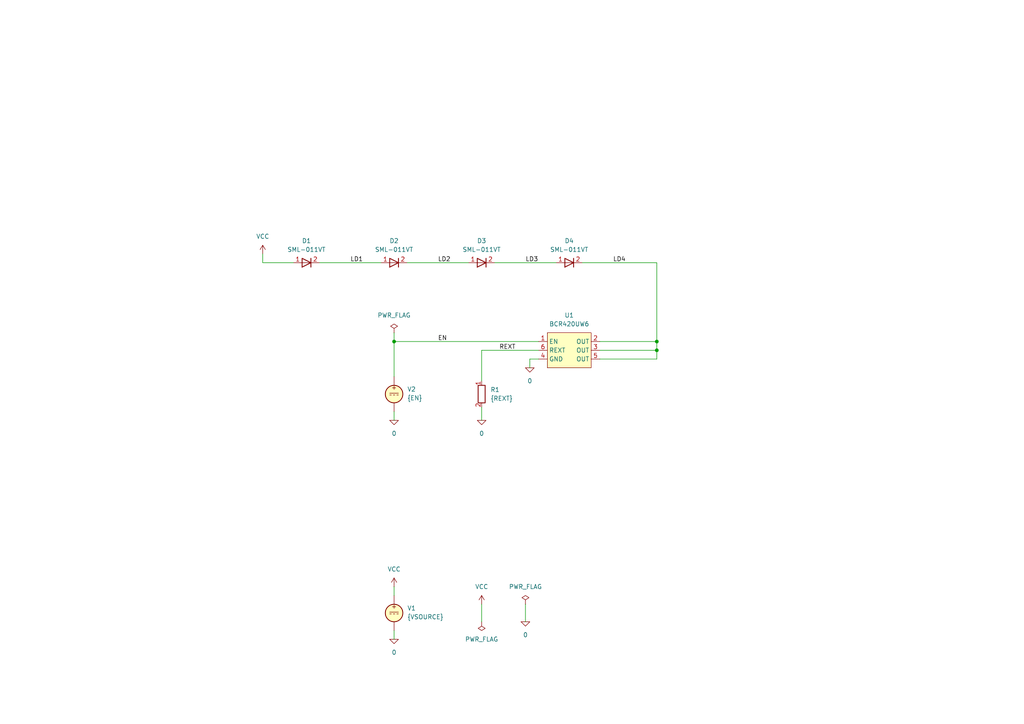
<source format=kicad_sch>
(kicad_sch
	(version 20250114)
	(generator "eeschema")
	(generator_version "9.0")
	(uuid "f753931c-d1b5-4e9e-9a75-3720995d972c")
	(paper "A4")
	(title_block
		(title "10mA-350mA. ADJ LINEAR LED CONSTANT CURRENT REGULATOR")
		(date "2025-04-25")
		(rev "1")
		(company "astroelectronic@")
		(comment 4 "AE01003420")
	)
	(lib_symbols
		(symbol "BCR420UW6:0"
			(power)
			(pin_numbers
				(hide yes)
			)
			(pin_names
				(offset 0)
				(hide yes)
			)
			(exclude_from_sim no)
			(in_bom yes)
			(on_board yes)
			(property "Reference" "#GND"
				(at 0 -5.08 0)
				(effects
					(font
						(size 1.27 1.27)
					)
					(hide yes)
				)
			)
			(property "Value" "0"
				(at 0 -2.54 0)
				(effects
					(font
						(size 1.27 1.27)
					)
				)
			)
			(property "Footprint" ""
				(at 0 0 0)
				(effects
					(font
						(size 1.27 1.27)
					)
					(hide yes)
				)
			)
			(property "Datasheet" "https://ngspice.sourceforge.io/docs/ngspice-html-manual/manual.xhtml#subsec_Circuit_elements__device"
				(at 0 -10.16 0)
				(effects
					(font
						(size 1.27 1.27)
					)
					(hide yes)
				)
			)
			(property "Description" "0V reference potential for simulation"
				(at 0 -7.62 0)
				(effects
					(font
						(size 1.27 1.27)
					)
					(hide yes)
				)
			)
			(property "ki_keywords" "simulation"
				(at 0 0 0)
				(effects
					(font
						(size 1.27 1.27)
					)
					(hide yes)
				)
			)
			(symbol "0_0_1"
				(polyline
					(pts
						(xy -1.27 0) (xy 0 -1.27) (xy 1.27 0) (xy -1.27 0)
					)
					(stroke
						(width 0)
						(type default)
					)
					(fill
						(type none)
					)
				)
			)
			(symbol "0_1_1"
				(pin power_in line
					(at 0 0 0)
					(length 0)
					(name "~"
						(effects
							(font
								(size 1.016 1.016)
							)
						)
					)
					(number "1"
						(effects
							(font
								(size 1.016 1.016)
							)
						)
					)
				)
			)
			(embedded_fonts no)
		)
		(symbol "BCR420UW6:BCR420UW6"
			(exclude_from_sim no)
			(in_bom yes)
			(on_board yes)
			(property "Reference" "U"
				(at 0 7.874 0)
				(effects
					(font
						(size 1.27 1.27)
					)
				)
			)
			(property "Value" "BCR420UW6"
				(at 0 6.096 0)
				(effects
					(font
						(size 1.27 1.27)
					)
				)
			)
			(property "Footprint" ""
				(at 0 0 0)
				(effects
					(font
						(size 1.27 1.27)
					)
					(hide yes)
				)
			)
			(property "Datasheet" ""
				(at 0 0 0)
				(effects
					(font
						(size 1.27 1.27)
					)
					(hide yes)
				)
			)
			(property "Description" ""
				(at 0 0 0)
				(effects
					(font
						(size 1.27 1.27)
					)
					(hide yes)
				)
			)
			(symbol "BCR420UW6_1_1"
				(rectangle
					(start -6.35 5.08)
					(end 6.35 -5.08)
					(stroke
						(width 0)
						(type solid)
					)
					(fill
						(type background)
					)
				)
				(pin passive line
					(at -8.89 2.54 0)
					(length 2.54)
					(name "EN"
						(effects
							(font
								(size 1.27 1.27)
							)
						)
					)
					(number "1"
						(effects
							(font
								(size 1.27 1.27)
							)
						)
					)
				)
				(pin passive line
					(at -8.89 0 0)
					(length 2.54)
					(name "REXT"
						(effects
							(font
								(size 1.27 1.27)
							)
						)
					)
					(number "6"
						(effects
							(font
								(size 1.27 1.27)
							)
						)
					)
				)
				(pin passive line
					(at -8.89 -2.54 0)
					(length 2.54)
					(name "GND"
						(effects
							(font
								(size 1.27 1.27)
							)
						)
					)
					(number "4"
						(effects
							(font
								(size 1.27 1.27)
							)
						)
					)
				)
				(pin passive line
					(at 8.89 2.54 180)
					(length 2.54)
					(name "OUT"
						(effects
							(font
								(size 1.27 1.27)
							)
						)
					)
					(number "2"
						(effects
							(font
								(size 1.27 1.27)
							)
						)
					)
				)
				(pin passive line
					(at 8.89 0 180)
					(length 2.54)
					(name "OUT"
						(effects
							(font
								(size 1.27 1.27)
							)
						)
					)
					(number "3"
						(effects
							(font
								(size 1.27 1.27)
							)
						)
					)
				)
				(pin passive line
					(at 8.89 -2.54 180)
					(length 2.54)
					(name "OUT"
						(effects
							(font
								(size 1.27 1.27)
							)
						)
					)
					(number "5"
						(effects
							(font
								(size 1.27 1.27)
							)
						)
					)
				)
			)
			(embedded_fonts no)
		)
		(symbol "BCR420UW6:PWR_FLAG"
			(power)
			(pin_numbers
				(hide yes)
			)
			(pin_names
				(offset 0)
				(hide yes)
			)
			(exclude_from_sim no)
			(in_bom yes)
			(on_board yes)
			(property "Reference" "#FLG"
				(at 0 1.905 0)
				(effects
					(font
						(size 1.27 1.27)
					)
					(hide yes)
				)
			)
			(property "Value" "PWR_FLAG"
				(at 0 3.81 0)
				(effects
					(font
						(size 1.27 1.27)
					)
				)
			)
			(property "Footprint" ""
				(at 0 0 0)
				(effects
					(font
						(size 1.27 1.27)
					)
					(hide yes)
				)
			)
			(property "Datasheet" "~"
				(at 0 0 0)
				(effects
					(font
						(size 1.27 1.27)
					)
					(hide yes)
				)
			)
			(property "Description" "Special symbol for telling ERC where power comes from"
				(at 0 0 0)
				(effects
					(font
						(size 1.27 1.27)
					)
					(hide yes)
				)
			)
			(property "ki_keywords" "flag power"
				(at 0 0 0)
				(effects
					(font
						(size 1.27 1.27)
					)
					(hide yes)
				)
			)
			(symbol "PWR_FLAG_0_0"
				(pin power_out line
					(at 0 0 90)
					(length 0)
					(name "~"
						(effects
							(font
								(size 1.27 1.27)
							)
						)
					)
					(number "1"
						(effects
							(font
								(size 1.27 1.27)
							)
						)
					)
				)
			)
			(symbol "PWR_FLAG_0_1"
				(polyline
					(pts
						(xy 0 0) (xy 0 1.27) (xy -1.016 1.905) (xy 0 2.54) (xy 1.016 1.905) (xy 0 1.27)
					)
					(stroke
						(width 0)
						(type default)
					)
					(fill
						(type none)
					)
				)
			)
			(embedded_fonts no)
		)
		(symbol "BCR420UW6:R"
			(pin_names
				(offset 0)
				(hide yes)
			)
			(exclude_from_sim no)
			(in_bom yes)
			(on_board yes)
			(property "Reference" "R"
				(at 2.032 0 90)
				(effects
					(font
						(size 1.27 1.27)
					)
				)
			)
			(property "Value" "R"
				(at 0 0 90)
				(effects
					(font
						(size 1.27 1.27)
					)
				)
			)
			(property "Footprint" ""
				(at -1.778 0 90)
				(effects
					(font
						(size 1.27 1.27)
					)
					(hide yes)
				)
			)
			(property "Datasheet" "~"
				(at 0 0 0)
				(effects
					(font
						(size 1.27 1.27)
					)
					(hide yes)
				)
			)
			(property "Description" "Resistor"
				(at 0 0 0)
				(effects
					(font
						(size 1.27 1.27)
					)
					(hide yes)
				)
			)
			(property "ki_keywords" "R res resistor"
				(at 0 0 0)
				(effects
					(font
						(size 1.27 1.27)
					)
					(hide yes)
				)
			)
			(property "ki_fp_filters" "R_*"
				(at 0 0 0)
				(effects
					(font
						(size 1.27 1.27)
					)
					(hide yes)
				)
			)
			(symbol "R_0_1"
				(rectangle
					(start -1.016 -2.54)
					(end 1.016 2.54)
					(stroke
						(width 0.254)
						(type default)
					)
					(fill
						(type none)
					)
				)
			)
			(symbol "R_1_1"
				(pin passive line
					(at 0 3.81 270)
					(length 1.27)
					(name "~"
						(effects
							(font
								(size 1.27 1.27)
							)
						)
					)
					(number "1"
						(effects
							(font
								(size 1.27 1.27)
							)
						)
					)
				)
				(pin passive line
					(at 0 -3.81 90)
					(length 1.27)
					(name "~"
						(effects
							(font
								(size 1.27 1.27)
							)
						)
					)
					(number "2"
						(effects
							(font
								(size 1.27 1.27)
							)
						)
					)
				)
			)
			(embedded_fonts no)
		)
		(symbol "BCR420UW6:SML-011VT"
			(pin_names
				(offset 1.016)
				(hide yes)
			)
			(exclude_from_sim no)
			(in_bom yes)
			(on_board yes)
			(property "Reference" "D"
				(at 0 2.54 0)
				(effects
					(font
						(size 1.27 1.27)
					)
				)
			)
			(property "Value" "SML-011VT"
				(at 0 -2.54 0)
				(effects
					(font
						(size 1.27 1.27)
					)
				)
			)
			(property "Footprint" ""
				(at 0 0 0)
				(effects
					(font
						(size 1.27 1.27)
					)
					(hide yes)
				)
			)
			(property "Datasheet" "~"
				(at 0 0 0)
				(effects
					(font
						(size 1.27 1.27)
					)
					(hide yes)
				)
			)
			(property "Description" ""
				(at 0 0 0)
				(effects
					(font
						(size 1.27 1.27)
					)
					(hide yes)
				)
			)
			(property "ki_keywords" "simulation"
				(at 0 0 0)
				(effects
					(font
						(size 1.27 1.27)
					)
					(hide yes)
				)
			)
			(property "ki_fp_filters" "TO-???* *_Diode_* *SingleDiode* D_*"
				(at 0 0 0)
				(effects
					(font
						(size 1.27 1.27)
					)
					(hide yes)
				)
			)
			(symbol "SML-011VT_0_1"
				(polyline
					(pts
						(xy -1.27 1.27) (xy -1.27 -1.27)
					)
					(stroke
						(width 0.254)
						(type default)
					)
					(fill
						(type none)
					)
				)
				(polyline
					(pts
						(xy 1.27 1.27) (xy 1.27 -1.27) (xy -1.27 0) (xy 1.27 1.27)
					)
					(stroke
						(width 0.254)
						(type default)
					)
					(fill
						(type none)
					)
				)
				(polyline
					(pts
						(xy 1.27 0) (xy -1.27 0)
					)
					(stroke
						(width 0)
						(type default)
					)
					(fill
						(type none)
					)
				)
			)
			(symbol "SML-011VT_1_1"
				(pin passive line
					(at -3.81 0 0)
					(length 2.54)
					(name "K"
						(effects
							(font
								(size 1.27 1.27)
							)
						)
					)
					(number "2"
						(effects
							(font
								(size 1.27 1.27)
							)
						)
					)
				)
				(pin passive line
					(at 3.81 0 180)
					(length 2.54)
					(name "A"
						(effects
							(font
								(size 1.27 1.27)
							)
						)
					)
					(number "1"
						(effects
							(font
								(size 1.27 1.27)
							)
						)
					)
				)
			)
			(embedded_fonts no)
		)
		(symbol "BCR420UW6:VCC"
			(power)
			(pin_numbers
				(hide yes)
			)
			(pin_names
				(offset 0)
				(hide yes)
			)
			(exclude_from_sim no)
			(in_bom yes)
			(on_board yes)
			(property "Reference" "#PWR"
				(at 0 -3.81 0)
				(effects
					(font
						(size 1.27 1.27)
					)
					(hide yes)
				)
			)
			(property "Value" "VCC"
				(at 0 3.556 0)
				(effects
					(font
						(size 1.27 1.27)
					)
				)
			)
			(property "Footprint" ""
				(at 0 0 0)
				(effects
					(font
						(size 1.27 1.27)
					)
					(hide yes)
				)
			)
			(property "Datasheet" ""
				(at 0 0 0)
				(effects
					(font
						(size 1.27 1.27)
					)
					(hide yes)
				)
			)
			(property "Description" "Power symbol creates a global label with name \"VCC\""
				(at 0 0 0)
				(effects
					(font
						(size 1.27 1.27)
					)
					(hide yes)
				)
			)
			(property "ki_keywords" "global power"
				(at 0 0 0)
				(effects
					(font
						(size 1.27 1.27)
					)
					(hide yes)
				)
			)
			(symbol "VCC_0_1"
				(polyline
					(pts
						(xy -0.762 1.27) (xy 0 2.54)
					)
					(stroke
						(width 0)
						(type default)
					)
					(fill
						(type none)
					)
				)
				(polyline
					(pts
						(xy 0 2.54) (xy 0.762 1.27)
					)
					(stroke
						(width 0)
						(type default)
					)
					(fill
						(type none)
					)
				)
				(polyline
					(pts
						(xy 0 0) (xy 0 2.54)
					)
					(stroke
						(width 0)
						(type default)
					)
					(fill
						(type none)
					)
				)
			)
			(symbol "VCC_1_1"
				(pin power_in line
					(at 0 0 90)
					(length 0)
					(name "~"
						(effects
							(font
								(size 1.27 1.27)
							)
						)
					)
					(number "1"
						(effects
							(font
								(size 1.27 1.27)
							)
						)
					)
				)
			)
			(embedded_fonts no)
		)
		(symbol "BCR420UW6:VDC"
			(pin_numbers
				(hide yes)
			)
			(pin_names
				(offset 0.0254)
			)
			(exclude_from_sim no)
			(in_bom yes)
			(on_board yes)
			(property "Reference" "V"
				(at 2.54 2.54 0)
				(effects
					(font
						(size 1.27 1.27)
					)
					(justify left)
				)
			)
			(property "Value" "1"
				(at 2.54 0 0)
				(effects
					(font
						(size 1.27 1.27)
					)
					(justify left)
				)
			)
			(property "Footprint" ""
				(at 0 0 0)
				(effects
					(font
						(size 1.27 1.27)
					)
					(hide yes)
				)
			)
			(property "Datasheet" "https://ngspice.sourceforge.io/docs/ngspice-html-manual/manual.xhtml#sec_Independent_Sources_for"
				(at 0 0 0)
				(effects
					(font
						(size 1.27 1.27)
					)
					(hide yes)
				)
			)
			(property "Description" "Voltage source, DC"
				(at 0 0 0)
				(effects
					(font
						(size 1.27 1.27)
					)
					(hide yes)
				)
			)
			(property "Sim.Pins" "1=+ 2=-"
				(at 0 0 0)
				(effects
					(font
						(size 1.27 1.27)
					)
					(hide yes)
				)
			)
			(property "Sim.Type" "DC"
				(at 0 0 0)
				(effects
					(font
						(size 1.27 1.27)
					)
					(hide yes)
				)
			)
			(property "Sim.Device" "V"
				(at 0 0 0)
				(effects
					(font
						(size 1.27 1.27)
					)
					(justify left)
					(hide yes)
				)
			)
			(property "ki_keywords" "simulation"
				(at 0 0 0)
				(effects
					(font
						(size 1.27 1.27)
					)
					(hide yes)
				)
			)
			(symbol "VDC_0_0"
				(polyline
					(pts
						(xy -1.27 0.254) (xy 1.27 0.254)
					)
					(stroke
						(width 0)
						(type default)
					)
					(fill
						(type none)
					)
				)
				(polyline
					(pts
						(xy -0.762 -0.254) (xy -1.27 -0.254)
					)
					(stroke
						(width 0)
						(type default)
					)
					(fill
						(type none)
					)
				)
				(polyline
					(pts
						(xy 0.254 -0.254) (xy -0.254 -0.254)
					)
					(stroke
						(width 0)
						(type default)
					)
					(fill
						(type none)
					)
				)
				(polyline
					(pts
						(xy 1.27 -0.254) (xy 0.762 -0.254)
					)
					(stroke
						(width 0)
						(type default)
					)
					(fill
						(type none)
					)
				)
				(text "+"
					(at 0 1.905 0)
					(effects
						(font
							(size 1.27 1.27)
						)
					)
				)
			)
			(symbol "VDC_0_1"
				(circle
					(center 0 0)
					(radius 2.54)
					(stroke
						(width 0.254)
						(type default)
					)
					(fill
						(type background)
					)
				)
			)
			(symbol "VDC_1_1"
				(pin passive line
					(at 0 5.08 270)
					(length 2.54)
					(name "~"
						(effects
							(font
								(size 1.27 1.27)
							)
						)
					)
					(number "1"
						(effects
							(font
								(size 1.27 1.27)
							)
						)
					)
				)
				(pin passive line
					(at 0 -5.08 90)
					(length 2.54)
					(name "~"
						(effects
							(font
								(size 1.27 1.27)
							)
						)
					)
					(number "2"
						(effects
							(font
								(size 1.27 1.27)
							)
						)
					)
				)
			)
			(embedded_fonts no)
		)
	)
	(junction
		(at 114.3 99.06)
		(diameter 0)
		(color 0 0 0 0)
		(uuid "3469f42b-30f9-4887-a2c4-b95eafc5da66")
	)
	(junction
		(at 190.5 99.06)
		(diameter 0)
		(color 0 0 0 0)
		(uuid "4a29a73d-7119-42d1-bd13-3d503c3564df")
	)
	(junction
		(at 190.5 101.6)
		(diameter 0)
		(color 0 0 0 0)
		(uuid "96e836a1-776f-4d4d-a413-3014f979caaa")
	)
	(wire
		(pts
			(xy 139.7 110.49) (xy 139.7 101.6)
		)
		(stroke
			(width 0)
			(type default)
		)
		(uuid "0495b18f-3a46-4fb1-839e-545185882c86")
	)
	(wire
		(pts
			(xy 156.21 99.06) (xy 114.3 99.06)
		)
		(stroke
			(width 0)
			(type default)
		)
		(uuid "07ced6b4-6fdb-48c7-8597-54aaf179c48e")
	)
	(wire
		(pts
			(xy 114.3 170.18) (xy 114.3 172.72)
		)
		(stroke
			(width 0)
			(type default)
		)
		(uuid "0e4f8c7f-aa18-4d73-941e-68c2716141ba")
	)
	(wire
		(pts
			(xy 76.2 73.66) (xy 76.2 76.2)
		)
		(stroke
			(width 0)
			(type default)
		)
		(uuid "1dd3eaaf-2d50-4624-9f60-09cbb8c8080d")
	)
	(wire
		(pts
			(xy 114.3 99.06) (xy 114.3 109.22)
		)
		(stroke
			(width 0)
			(type default)
		)
		(uuid "1e73ac2f-085c-4d92-a4a8-89a5cf1a7884")
	)
	(wire
		(pts
			(xy 92.71 76.2) (xy 110.49 76.2)
		)
		(stroke
			(width 0)
			(type default)
		)
		(uuid "23282918-0796-4347-8834-4deefe7393df")
	)
	(wire
		(pts
			(xy 139.7 118.11) (xy 139.7 121.92)
		)
		(stroke
			(width 0)
			(type default)
		)
		(uuid "23c4a9f9-a792-4f74-a342-95168f1683b5")
	)
	(wire
		(pts
			(xy 118.11 76.2) (xy 135.89 76.2)
		)
		(stroke
			(width 0)
			(type default)
		)
		(uuid "33b8a5c6-1b24-4ea7-9b10-fad436220ddf")
	)
	(wire
		(pts
			(xy 76.2 76.2) (xy 85.09 76.2)
		)
		(stroke
			(width 0)
			(type default)
		)
		(uuid "35c79f1c-211f-4a4f-a2cb-f26f4fc2c302")
	)
	(wire
		(pts
			(xy 153.67 104.14) (xy 156.21 104.14)
		)
		(stroke
			(width 0)
			(type default)
		)
		(uuid "3b815f9c-3e46-40ba-b08a-abe855092b95")
	)
	(wire
		(pts
			(xy 114.3 96.52) (xy 114.3 99.06)
		)
		(stroke
			(width 0)
			(type default)
		)
		(uuid "54c7742c-b8e2-4263-8cec-b14b56cdd595")
	)
	(wire
		(pts
			(xy 190.5 99.06) (xy 173.99 99.06)
		)
		(stroke
			(width 0)
			(type default)
		)
		(uuid "5fdcb923-3067-4225-aae4-4ad75f0bf620")
	)
	(wire
		(pts
			(xy 139.7 101.6) (xy 156.21 101.6)
		)
		(stroke
			(width 0)
			(type default)
		)
		(uuid "6abb42f9-c640-4ca1-99c7-ea14b20d646e")
	)
	(wire
		(pts
			(xy 153.67 106.68) (xy 153.67 104.14)
		)
		(stroke
			(width 0)
			(type default)
		)
		(uuid "6ffde6f8-7d74-4a5e-8505-b3f6a062e843")
	)
	(wire
		(pts
			(xy 173.99 104.14) (xy 190.5 104.14)
		)
		(stroke
			(width 0)
			(type default)
		)
		(uuid "80d405ee-9682-4fc3-93fd-32aa7c2b2a0a")
	)
	(wire
		(pts
			(xy 139.7 175.26) (xy 139.7 180.34)
		)
		(stroke
			(width 0)
			(type default)
		)
		(uuid "8c4d07f2-8bb9-48cf-859e-5b84b5f9ca10")
	)
	(wire
		(pts
			(xy 143.51 76.2) (xy 161.29 76.2)
		)
		(stroke
			(width 0)
			(type default)
		)
		(uuid "946cf477-e053-4afd-8666-efb0381c2534")
	)
	(wire
		(pts
			(xy 114.3 119.38) (xy 114.3 121.92)
		)
		(stroke
			(width 0)
			(type default)
		)
		(uuid "a1ffe1fb-f82a-40d8-85d7-274b52af7627")
	)
	(wire
		(pts
			(xy 190.5 76.2) (xy 190.5 99.06)
		)
		(stroke
			(width 0)
			(type default)
		)
		(uuid "c7100bca-348d-432d-bf19-c84fc32c7674")
	)
	(wire
		(pts
			(xy 190.5 101.6) (xy 190.5 99.06)
		)
		(stroke
			(width 0)
			(type default)
		)
		(uuid "cb58dd75-174c-47d5-8c41-32544bc6b201")
	)
	(wire
		(pts
			(xy 168.91 76.2) (xy 190.5 76.2)
		)
		(stroke
			(width 0)
			(type default)
		)
		(uuid "cd50798a-cca2-4b48-9d63-f338186c07e9")
	)
	(wire
		(pts
			(xy 152.4 175.26) (xy 152.4 180.34)
		)
		(stroke
			(width 0)
			(type default)
		)
		(uuid "d0a047a9-45aa-4a22-a366-ba7b92e583e7")
	)
	(wire
		(pts
			(xy 173.99 101.6) (xy 190.5 101.6)
		)
		(stroke
			(width 0)
			(type default)
		)
		(uuid "d5920e62-6bd7-4a74-9f02-60a39f08286c")
	)
	(wire
		(pts
			(xy 190.5 104.14) (xy 190.5 101.6)
		)
		(stroke
			(width 0)
			(type default)
		)
		(uuid "e764dfa2-9579-48dd-99d8-27ae90b7df30")
	)
	(wire
		(pts
			(xy 114.3 182.88) (xy 114.3 185.42)
		)
		(stroke
			(width 0)
			(type default)
		)
		(uuid "e923b805-9b73-4547-9ff9-c4fefeefeabd")
	)
	(label "EN"
		(at 127 99.06 0)
		(effects
			(font
				(size 1.27 1.27)
			)
			(justify left bottom)
		)
		(uuid "02ac6ad0-95d1-486a-a2b8-11846ff5c6a9")
	)
	(label "LD4"
		(at 177.8 76.2 0)
		(effects
			(font
				(size 1.27 1.27)
			)
			(justify left bottom)
		)
		(uuid "301d5578-82f4-4038-ad66-98b36343f29d")
	)
	(label "REXT"
		(at 144.78 101.6 0)
		(effects
			(font
				(size 1.27 1.27)
			)
			(justify left bottom)
		)
		(uuid "3abd59ce-ab2e-4463-8390-b1c197cfcf09")
	)
	(label "LD1"
		(at 101.6 76.2 0)
		(effects
			(font
				(size 1.27 1.27)
			)
			(justify left bottom)
		)
		(uuid "3d556827-771a-401f-a569-30d6b2cac948")
	)
	(label "LD3"
		(at 152.4 76.2 0)
		(effects
			(font
				(size 1.27 1.27)
			)
			(justify left bottom)
		)
		(uuid "557cd802-6ced-48d0-bc48-18e82830f9b5")
	)
	(label "LD2"
		(at 127 76.2 0)
		(effects
			(font
				(size 1.27 1.27)
			)
			(justify left bottom)
		)
		(uuid "a5fd9fb1-a66a-45b4-b70c-e21f6566a6a8")
	)
	(symbol
		(lib_id "BCR420UW6:VDC")
		(at 114.3 177.8 0)
		(unit 1)
		(exclude_from_sim no)
		(in_bom yes)
		(on_board yes)
		(dnp no)
		(fields_autoplaced yes)
		(uuid "0a49a1a6-cde8-4d21-b692-4defdcb443ed")
		(property "Reference" "V1"
			(at 118.11 176.4001 0)
			(effects
				(font
					(size 1.27 1.27)
				)
				(justify left)
			)
		)
		(property "Value" "{VSOURCE}"
			(at 118.11 178.9401 0)
			(effects
				(font
					(size 1.27 1.27)
				)
				(justify left)
			)
		)
		(property "Footprint" ""
			(at 114.3 177.8 0)
			(effects
				(font
					(size 1.27 1.27)
				)
				(hide yes)
			)
		)
		(property "Datasheet" "https://ngspice.sourceforge.io/docs/ngspice-html-manual/manual.xhtml#sec_Independent_Sources_for"
			(at 114.3 177.8 0)
			(effects
				(font
					(size 1.27 1.27)
				)
				(hide yes)
			)
		)
		(property "Description" "Voltage source, DC"
			(at 114.3 177.8 0)
			(effects
				(font
					(size 1.27 1.27)
				)
				(hide yes)
			)
		)
		(property "Sim.Pins" "1=+ 2=-"
			(at 114.3 177.8 0)
			(effects
				(font
					(size 1.27 1.27)
				)
				(hide yes)
			)
		)
		(property "Sim.Type" "DC"
			(at 114.3 177.8 0)
			(effects
				(font
					(size 1.27 1.27)
				)
				(hide yes)
			)
		)
		(property "Sim.Device" "V"
			(at 114.3 177.8 0)
			(effects
				(font
					(size 1.27 1.27)
				)
				(justify left)
				(hide yes)
			)
		)
		(pin "1"
			(uuid "34786745-0247-4432-b1ac-52f59afebb9e")
		)
		(pin "2"
			(uuid "2c85733b-7808-439d-8a1f-778443d84b7b")
		)
		(instances
			(project "BCR420UW6"
				(path "/f753931c-d1b5-4e9e-9a75-3720995d972c"
					(reference "V1")
					(unit 1)
				)
			)
		)
	)
	(symbol
		(lib_id "BCR420UW6:PWR_FLAG")
		(at 139.7 180.34 180)
		(unit 1)
		(exclude_from_sim no)
		(in_bom yes)
		(on_board yes)
		(dnp no)
		(fields_autoplaced yes)
		(uuid "1469ab18-6598-4a8d-a5e9-92f142308850")
		(property "Reference" "#FLG03"
			(at 139.7 182.245 0)
			(effects
				(font
					(size 1.27 1.27)
				)
				(hide yes)
			)
		)
		(property "Value" "PWR_FLAG"
			(at 139.7 185.42 0)
			(effects
				(font
					(size 1.27 1.27)
				)
			)
		)
		(property "Footprint" ""
			(at 139.7 180.34 0)
			(effects
				(font
					(size 1.27 1.27)
				)
				(hide yes)
			)
		)
		(property "Datasheet" "~"
			(at 139.7 180.34 0)
			(effects
				(font
					(size 1.27 1.27)
				)
				(hide yes)
			)
		)
		(property "Description" "Special symbol for telling ERC where power comes from"
			(at 139.7 180.34 0)
			(effects
				(font
					(size 1.27 1.27)
				)
				(hide yes)
			)
		)
		(pin "1"
			(uuid "48ed30cc-1c09-4bc1-a659-b89f825af4e5")
		)
		(instances
			(project "BCR420UW6"
				(path "/f753931c-d1b5-4e9e-9a75-3720995d972c"
					(reference "#FLG03")
					(unit 1)
				)
			)
		)
	)
	(symbol
		(lib_id "BCR420UW6:SML-011VT")
		(at 88.9 76.2 180)
		(unit 1)
		(exclude_from_sim no)
		(in_bom yes)
		(on_board yes)
		(dnp no)
		(fields_autoplaced yes)
		(uuid "19348389-7005-4a37-9978-5b283a0b0056")
		(property "Reference" "D1"
			(at 88.9 69.85 0)
			(effects
				(font
					(size 1.27 1.27)
				)
			)
		)
		(property "Value" "SML-011VT"
			(at 88.9 72.39 0)
			(effects
				(font
					(size 1.27 1.27)
				)
			)
		)
		(property "Footprint" ""
			(at 88.9 76.2 0)
			(effects
				(font
					(size 1.27 1.27)
				)
				(hide yes)
			)
		)
		(property "Datasheet" "~"
			(at 88.9 76.2 0)
			(effects
				(font
					(size 1.27 1.27)
				)
				(hide yes)
			)
		)
		(property "Description" ""
			(at 88.9 76.2 0)
			(effects
				(font
					(size 1.27 1.27)
				)
				(hide yes)
			)
		)
		(property "Sim.Library" "SML-011VT_SPICE.lib"
			(at 88.9 76.2 0)
			(effects
				(font
					(size 1.27 1.27)
				)
				(hide yes)
			)
		)
		(property "Sim.Name" "SML-011VT"
			(at 88.9 76.2 0)
			(effects
				(font
					(size 1.27 1.27)
				)
				(hide yes)
			)
		)
		(property "Sim.Device" "D"
			(at 88.9 76.2 0)
			(effects
				(font
					(size 1.27 1.27)
				)
				(hide yes)
			)
		)
		(property "Sim.Pins" "1=A 2=K"
			(at 88.9 76.2 0)
			(effects
				(font
					(size 1.27 1.27)
				)
				(hide yes)
			)
		)
		(pin "2"
			(uuid "08d71b80-3080-4ce5-a45e-35ef107fe111")
		)
		(pin "1"
			(uuid "18e94cf8-8216-48f8-8fc2-7cd526c97a5e")
		)
		(instances
			(project ""
				(path "/f753931c-d1b5-4e9e-9a75-3720995d972c"
					(reference "D1")
					(unit 1)
				)
			)
		)
	)
	(symbol
		(lib_id "BCR420UW6:VDC")
		(at 114.3 114.3 0)
		(unit 1)
		(exclude_from_sim no)
		(in_bom yes)
		(on_board yes)
		(dnp no)
		(fields_autoplaced yes)
		(uuid "19efea3b-a627-4eda-9354-cd077915a2ef")
		(property "Reference" "V2"
			(at 118.11 112.9001 0)
			(effects
				(font
					(size 1.27 1.27)
				)
				(justify left)
			)
		)
		(property "Value" "{EN}"
			(at 118.11 115.4401 0)
			(effects
				(font
					(size 1.27 1.27)
				)
				(justify left)
			)
		)
		(property "Footprint" ""
			(at 114.3 114.3 0)
			(effects
				(font
					(size 1.27 1.27)
				)
				(hide yes)
			)
		)
		(property "Datasheet" "https://ngspice.sourceforge.io/docs/ngspice-html-manual/manual.xhtml#sec_Independent_Sources_for"
			(at 114.3 114.3 0)
			(effects
				(font
					(size 1.27 1.27)
				)
				(hide yes)
			)
		)
		(property "Description" "Voltage source, DC"
			(at 114.3 114.3 0)
			(effects
				(font
					(size 1.27 1.27)
				)
				(hide yes)
			)
		)
		(property "Sim.Pins" "1=+ 2=-"
			(at 114.3 114.3 0)
			(effects
				(font
					(size 1.27 1.27)
				)
				(hide yes)
			)
		)
		(property "Sim.Type" "DC"
			(at 114.3 114.3 0)
			(effects
				(font
					(size 1.27 1.27)
				)
				(hide yes)
			)
		)
		(property "Sim.Device" "V"
			(at 114.3 114.3 0)
			(effects
				(font
					(size 1.27 1.27)
				)
				(justify left)
				(hide yes)
			)
		)
		(pin "1"
			(uuid "a38f5441-6eef-4e1a-977d-69454b30d948")
		)
		(pin "2"
			(uuid "c612373e-1f80-48ef-8d8b-8e42172fa803")
		)
		(instances
			(project ""
				(path "/f753931c-d1b5-4e9e-9a75-3720995d972c"
					(reference "V2")
					(unit 1)
				)
			)
		)
	)
	(symbol
		(lib_id "BCR420UW6:SML-011VT")
		(at 114.3 76.2 180)
		(unit 1)
		(exclude_from_sim no)
		(in_bom yes)
		(on_board yes)
		(dnp no)
		(fields_autoplaced yes)
		(uuid "20033351-0df1-4e43-92f7-a6f48f623f2b")
		(property "Reference" "D2"
			(at 114.3 69.85 0)
			(effects
				(font
					(size 1.27 1.27)
				)
			)
		)
		(property "Value" "SML-011VT"
			(at 114.3 72.39 0)
			(effects
				(font
					(size 1.27 1.27)
				)
			)
		)
		(property "Footprint" ""
			(at 114.3 76.2 0)
			(effects
				(font
					(size 1.27 1.27)
				)
				(hide yes)
			)
		)
		(property "Datasheet" "~"
			(at 114.3 76.2 0)
			(effects
				(font
					(size 1.27 1.27)
				)
				(hide yes)
			)
		)
		(property "Description" ""
			(at 114.3 76.2 0)
			(effects
				(font
					(size 1.27 1.27)
				)
				(hide yes)
			)
		)
		(property "Sim.Library" "SML-011VT_SPICE.lib"
			(at 114.3 76.2 0)
			(effects
				(font
					(size 1.27 1.27)
				)
				(hide yes)
			)
		)
		(property "Sim.Name" "SML-011VT"
			(at 114.3 76.2 0)
			(effects
				(font
					(size 1.27 1.27)
				)
				(hide yes)
			)
		)
		(property "Sim.Device" "D"
			(at 114.3 76.2 0)
			(effects
				(font
					(size 1.27 1.27)
				)
				(hide yes)
			)
		)
		(property "Sim.Pins" "1=A 2=K"
			(at 114.3 76.2 0)
			(effects
				(font
					(size 1.27 1.27)
				)
				(hide yes)
			)
		)
		(pin "2"
			(uuid "844bad6b-6f6b-45f3-886b-fb304ed3c2dd")
		)
		(pin "1"
			(uuid "63379bf9-906f-4afc-b2d5-62181fc0bd5c")
		)
		(instances
			(project "BCR420UW6"
				(path "/f753931c-d1b5-4e9e-9a75-3720995d972c"
					(reference "D2")
					(unit 1)
				)
			)
		)
	)
	(symbol
		(lib_id "BCR420UW6:BCR420UW6")
		(at 165.1 101.6 0)
		(unit 1)
		(exclude_from_sim no)
		(in_bom yes)
		(on_board yes)
		(dnp no)
		(fields_autoplaced yes)
		(uuid "24876c0d-0abf-4e69-8845-20dd67fe7b9f")
		(property "Reference" "U1"
			(at 165.1 91.44 0)
			(effects
				(font
					(size 1.27 1.27)
				)
			)
		)
		(property "Value" "BCR420UW6"
			(at 165.1 93.98 0)
			(effects
				(font
					(size 1.27 1.27)
				)
			)
		)
		(property "Footprint" ""
			(at 165.1 101.6 0)
			(effects
				(font
					(size 1.27 1.27)
				)
				(hide yes)
			)
		)
		(property "Datasheet" ""
			(at 165.1 101.6 0)
			(effects
				(font
					(size 1.27 1.27)
				)
				(hide yes)
			)
		)
		(property "Description" ""
			(at 165.1 101.6 0)
			(effects
				(font
					(size 1.27 1.27)
				)
				(hide yes)
			)
		)
		(property "Sim.Library" "BCR420UW6.spice.txt"
			(at 165.1 101.6 0)
			(effects
				(font
					(size 1.27 1.27)
				)
				(hide yes)
			)
		)
		(property "Sim.Name" "BCR420UW6"
			(at 165.1 101.6 0)
			(effects
				(font
					(size 1.27 1.27)
				)
				(hide yes)
			)
		)
		(property "Sim.Device" "SUBCKT"
			(at 165.1 101.6 0)
			(effects
				(font
					(size 1.27 1.27)
				)
				(hide yes)
			)
		)
		(property "Sim.Pins" "1=1 2=2 3=3 4=4 5=5 6=6"
			(at 165.1 101.6 0)
			(effects
				(font
					(size 1.27 1.27)
				)
				(hide yes)
			)
		)
		(pin "2"
			(uuid "270ac40a-b989-4459-b4e3-7a6b823a40a9")
		)
		(pin "5"
			(uuid "b699aef0-e1dc-4a70-901f-69b1baed52d2")
		)
		(pin "4"
			(uuid "f7d0011c-273c-4870-af8b-44525f8acafc")
		)
		(pin "6"
			(uuid "942952ec-1ae5-496e-b25b-029e155ee891")
		)
		(pin "1"
			(uuid "e7cf9ad0-8fe4-41bf-8fa1-8886df5e778a")
		)
		(pin "3"
			(uuid "2898beba-aca4-4696-bee8-97a3f4857b75")
		)
		(instances
			(project ""
				(path "/f753931c-d1b5-4e9e-9a75-3720995d972c"
					(reference "U1")
					(unit 1)
				)
			)
		)
	)
	(symbol
		(lib_id "BCR420UW6:0")
		(at 152.4 180.34 0)
		(unit 1)
		(exclude_from_sim no)
		(in_bom yes)
		(on_board yes)
		(dnp no)
		(fields_autoplaced yes)
		(uuid "275305fc-72cc-4c6a-a5ec-0f8d116225b9")
		(property "Reference" "#GND05"
			(at 152.4 185.42 0)
			(effects
				(font
					(size 1.27 1.27)
				)
				(hide yes)
			)
		)
		(property "Value" "0"
			(at 152.4 184.15 0)
			(effects
				(font
					(size 1.27 1.27)
				)
			)
		)
		(property "Footprint" ""
			(at 152.4 180.34 0)
			(effects
				(font
					(size 1.27 1.27)
				)
				(hide yes)
			)
		)
		(property "Datasheet" "https://ngspice.sourceforge.io/docs/ngspice-html-manual/manual.xhtml#subsec_Circuit_elements__device"
			(at 152.4 190.5 0)
			(effects
				(font
					(size 1.27 1.27)
				)
				(hide yes)
			)
		)
		(property "Description" "0V reference potential for simulation"
			(at 152.4 187.96 0)
			(effects
				(font
					(size 1.27 1.27)
				)
				(hide yes)
			)
		)
		(pin "1"
			(uuid "40ab35c5-6905-41ba-97b3-d4f91e0f5e73")
		)
		(instances
			(project "BCR420UW6"
				(path "/f753931c-d1b5-4e9e-9a75-3720995d972c"
					(reference "#GND05")
					(unit 1)
				)
			)
		)
	)
	(symbol
		(lib_id "BCR420UW6:VCC")
		(at 139.7 175.26 0)
		(unit 1)
		(exclude_from_sim no)
		(in_bom yes)
		(on_board yes)
		(dnp no)
		(fields_autoplaced yes)
		(uuid "3b13c496-3b55-4d24-92a1-6b814e83fa54")
		(property "Reference" "#PWR03"
			(at 139.7 179.07 0)
			(effects
				(font
					(size 1.27 1.27)
				)
				(hide yes)
			)
		)
		(property "Value" "VCC"
			(at 139.7 170.18 0)
			(effects
				(font
					(size 1.27 1.27)
				)
			)
		)
		(property "Footprint" ""
			(at 139.7 175.26 0)
			(effects
				(font
					(size 1.27 1.27)
				)
				(hide yes)
			)
		)
		(property "Datasheet" ""
			(at 139.7 175.26 0)
			(effects
				(font
					(size 1.27 1.27)
				)
				(hide yes)
			)
		)
		(property "Description" "Power symbol creates a global label with name \"VCC\""
			(at 139.7 175.26 0)
			(effects
				(font
					(size 1.27 1.27)
				)
				(hide yes)
			)
		)
		(pin "1"
			(uuid "8149d634-8558-4f14-810e-8f91168796bc")
		)
		(instances
			(project "BCR420UW6"
				(path "/f753931c-d1b5-4e9e-9a75-3720995d972c"
					(reference "#PWR03")
					(unit 1)
				)
			)
		)
	)
	(symbol
		(lib_id "BCR420UW6:0")
		(at 153.67 106.68 0)
		(unit 1)
		(exclude_from_sim no)
		(in_bom yes)
		(on_board yes)
		(dnp no)
		(fields_autoplaced yes)
		(uuid "57d82bf7-774f-42a2-a516-57dc042ac7c6")
		(property "Reference" "#GND03"
			(at 153.67 111.76 0)
			(effects
				(font
					(size 1.27 1.27)
				)
				(hide yes)
			)
		)
		(property "Value" "0"
			(at 153.67 110.49 0)
			(effects
				(font
					(size 1.27 1.27)
				)
			)
		)
		(property "Footprint" ""
			(at 153.67 106.68 0)
			(effects
				(font
					(size 1.27 1.27)
				)
				(hide yes)
			)
		)
		(property "Datasheet" "https://ngspice.sourceforge.io/docs/ngspice-html-manual/manual.xhtml#subsec_Circuit_elements__device"
			(at 153.67 116.84 0)
			(effects
				(font
					(size 1.27 1.27)
				)
				(hide yes)
			)
		)
		(property "Description" "0V reference potential for simulation"
			(at 153.67 114.3 0)
			(effects
				(font
					(size 1.27 1.27)
				)
				(hide yes)
			)
		)
		(pin "1"
			(uuid "fdf14716-0f1b-4a66-b921-f4649f36427d")
		)
		(instances
			(project "BCR420UW6"
				(path "/f753931c-d1b5-4e9e-9a75-3720995d972c"
					(reference "#GND03")
					(unit 1)
				)
			)
		)
	)
	(symbol
		(lib_id "BCR420UW6:R")
		(at 139.7 114.3 0)
		(unit 1)
		(exclude_from_sim no)
		(in_bom yes)
		(on_board yes)
		(dnp no)
		(fields_autoplaced yes)
		(uuid "66cfed5c-7b3f-4e04-a2b7-cb449ee9220f")
		(property "Reference" "R1"
			(at 142.24 113.0299 0)
			(effects
				(font
					(size 1.27 1.27)
				)
				(justify left)
			)
		)
		(property "Value" "{REXT}"
			(at 142.24 115.5699 0)
			(effects
				(font
					(size 1.27 1.27)
				)
				(justify left)
			)
		)
		(property "Footprint" ""
			(at 137.922 114.3 90)
			(effects
				(font
					(size 1.27 1.27)
				)
				(hide yes)
			)
		)
		(property "Datasheet" "~"
			(at 139.7 114.3 0)
			(effects
				(font
					(size 1.27 1.27)
				)
				(hide yes)
			)
		)
		(property "Description" "Resistor"
			(at 139.7 114.3 0)
			(effects
				(font
					(size 1.27 1.27)
				)
				(hide yes)
			)
		)
		(pin "1"
			(uuid "da932b53-fbaa-4a5f-aca2-8e869006e4e0")
		)
		(pin "2"
			(uuid "31d86e37-df40-4554-9c4a-cd6255624c72")
		)
		(instances
			(project ""
				(path "/f753931c-d1b5-4e9e-9a75-3720995d972c"
					(reference "R1")
					(unit 1)
				)
			)
		)
	)
	(symbol
		(lib_id "BCR420UW6:0")
		(at 139.7 121.92 0)
		(unit 1)
		(exclude_from_sim no)
		(in_bom yes)
		(on_board yes)
		(dnp no)
		(fields_autoplaced yes)
		(uuid "8448fb1f-53c9-4abf-a59f-1e734257526b")
		(property "Reference" "#GND02"
			(at 139.7 127 0)
			(effects
				(font
					(size 1.27 1.27)
				)
				(hide yes)
			)
		)
		(property "Value" "0"
			(at 139.7 125.73 0)
			(effects
				(font
					(size 1.27 1.27)
				)
			)
		)
		(property "Footprint" ""
			(at 139.7 121.92 0)
			(effects
				(font
					(size 1.27 1.27)
				)
				(hide yes)
			)
		)
		(property "Datasheet" "https://ngspice.sourceforge.io/docs/ngspice-html-manual/manual.xhtml#subsec_Circuit_elements__device"
			(at 139.7 132.08 0)
			(effects
				(font
					(size 1.27 1.27)
				)
				(hide yes)
			)
		)
		(property "Description" "0V reference potential for simulation"
			(at 139.7 129.54 0)
			(effects
				(font
					(size 1.27 1.27)
				)
				(hide yes)
			)
		)
		(pin "1"
			(uuid "9a7e2df2-cc12-447e-aabe-64d77d82c59b")
		)
		(instances
			(project "BCR420UW6"
				(path "/f753931c-d1b5-4e9e-9a75-3720995d972c"
					(reference "#GND02")
					(unit 1)
				)
			)
		)
	)
	(symbol
		(lib_id "BCR420UW6:VCC")
		(at 76.2 73.66 0)
		(unit 1)
		(exclude_from_sim no)
		(in_bom yes)
		(on_board yes)
		(dnp no)
		(fields_autoplaced yes)
		(uuid "8b89820d-227e-4187-964b-ea8563f94da5")
		(property "Reference" "#PWR01"
			(at 76.2 77.47 0)
			(effects
				(font
					(size 1.27 1.27)
				)
				(hide yes)
			)
		)
		(property "Value" "VCC"
			(at 76.2 68.58 0)
			(effects
				(font
					(size 1.27 1.27)
				)
			)
		)
		(property "Footprint" ""
			(at 76.2 73.66 0)
			(effects
				(font
					(size 1.27 1.27)
				)
				(hide yes)
			)
		)
		(property "Datasheet" ""
			(at 76.2 73.66 0)
			(effects
				(font
					(size 1.27 1.27)
				)
				(hide yes)
			)
		)
		(property "Description" "Power symbol creates a global label with name \"VCC\""
			(at 76.2 73.66 0)
			(effects
				(font
					(size 1.27 1.27)
				)
				(hide yes)
			)
		)
		(pin "1"
			(uuid "a3f68404-1ef1-4264-9fcf-eaf172f054e3")
		)
		(instances
			(project ""
				(path "/f753931c-d1b5-4e9e-9a75-3720995d972c"
					(reference "#PWR01")
					(unit 1)
				)
			)
		)
	)
	(symbol
		(lib_id "BCR420UW6:PWR_FLAG")
		(at 152.4 175.26 0)
		(unit 1)
		(exclude_from_sim no)
		(in_bom yes)
		(on_board yes)
		(dnp no)
		(fields_autoplaced yes)
		(uuid "8c1775fb-8e73-42a5-904a-eb11ff03d074")
		(property "Reference" "#FLG02"
			(at 152.4 173.355 0)
			(effects
				(font
					(size 1.27 1.27)
				)
				(hide yes)
			)
		)
		(property "Value" "PWR_FLAG"
			(at 152.4 170.18 0)
			(effects
				(font
					(size 1.27 1.27)
				)
			)
		)
		(property "Footprint" ""
			(at 152.4 175.26 0)
			(effects
				(font
					(size 1.27 1.27)
				)
				(hide yes)
			)
		)
		(property "Datasheet" "~"
			(at 152.4 175.26 0)
			(effects
				(font
					(size 1.27 1.27)
				)
				(hide yes)
			)
		)
		(property "Description" "Special symbol for telling ERC where power comes from"
			(at 152.4 175.26 0)
			(effects
				(font
					(size 1.27 1.27)
				)
				(hide yes)
			)
		)
		(pin "1"
			(uuid "8d863e48-747f-4ee1-8e68-2224e79fd869")
		)
		(instances
			(project "BCR420UW6"
				(path "/f753931c-d1b5-4e9e-9a75-3720995d972c"
					(reference "#FLG02")
					(unit 1)
				)
			)
		)
	)
	(symbol
		(lib_id "BCR420UW6:SML-011VT")
		(at 139.7 76.2 180)
		(unit 1)
		(exclude_from_sim no)
		(in_bom yes)
		(on_board yes)
		(dnp no)
		(fields_autoplaced yes)
		(uuid "a0300c08-81fb-41d5-b437-dbb52eb74149")
		(property "Reference" "D3"
			(at 139.7 69.85 0)
			(effects
				(font
					(size 1.27 1.27)
				)
			)
		)
		(property "Value" "SML-011VT"
			(at 139.7 72.39 0)
			(effects
				(font
					(size 1.27 1.27)
				)
			)
		)
		(property "Footprint" ""
			(at 139.7 76.2 0)
			(effects
				(font
					(size 1.27 1.27)
				)
				(hide yes)
			)
		)
		(property "Datasheet" "~"
			(at 139.7 76.2 0)
			(effects
				(font
					(size 1.27 1.27)
				)
				(hide yes)
			)
		)
		(property "Description" ""
			(at 139.7 76.2 0)
			(effects
				(font
					(size 1.27 1.27)
				)
				(hide yes)
			)
		)
		(property "Sim.Library" "SML-011VT_SPICE.lib"
			(at 139.7 76.2 0)
			(effects
				(font
					(size 1.27 1.27)
				)
				(hide yes)
			)
		)
		(property "Sim.Name" "SML-011VT"
			(at 139.7 76.2 0)
			(effects
				(font
					(size 1.27 1.27)
				)
				(hide yes)
			)
		)
		(property "Sim.Device" "D"
			(at 139.7 76.2 0)
			(effects
				(font
					(size 1.27 1.27)
				)
				(hide yes)
			)
		)
		(property "Sim.Pins" "1=A 2=K"
			(at 139.7 76.2 0)
			(effects
				(font
					(size 1.27 1.27)
				)
				(hide yes)
			)
		)
		(pin "2"
			(uuid "000007fc-e626-4830-a422-6cf5e9158aa1")
		)
		(pin "1"
			(uuid "bca16645-bb13-4713-b53d-85005831de4b")
		)
		(instances
			(project "BCR420UW6"
				(path "/f753931c-d1b5-4e9e-9a75-3720995d972c"
					(reference "D3")
					(unit 1)
				)
			)
		)
	)
	(symbol
		(lib_id "BCR420UW6:PWR_FLAG")
		(at 114.3 96.52 0)
		(unit 1)
		(exclude_from_sim no)
		(in_bom yes)
		(on_board yes)
		(dnp no)
		(fields_autoplaced yes)
		(uuid "d2fd4282-c338-44ec-84f4-dad196904749")
		(property "Reference" "#FLG01"
			(at 114.3 94.615 0)
			(effects
				(font
					(size 1.27 1.27)
				)
				(hide yes)
			)
		)
		(property "Value" "PWR_FLAG"
			(at 114.3 91.44 0)
			(effects
				(font
					(size 1.27 1.27)
				)
			)
		)
		(property "Footprint" ""
			(at 114.3 96.52 0)
			(effects
				(font
					(size 1.27 1.27)
				)
				(hide yes)
			)
		)
		(property "Datasheet" "~"
			(at 114.3 96.52 0)
			(effects
				(font
					(size 1.27 1.27)
				)
				(hide yes)
			)
		)
		(property "Description" "Special symbol for telling ERC where power comes from"
			(at 114.3 96.52 0)
			(effects
				(font
					(size 1.27 1.27)
				)
				(hide yes)
			)
		)
		(pin "1"
			(uuid "87b637f9-cedd-4981-b073-26df3a57ce35")
		)
		(instances
			(project ""
				(path "/f753931c-d1b5-4e9e-9a75-3720995d972c"
					(reference "#FLG01")
					(unit 1)
				)
			)
		)
	)
	(symbol
		(lib_id "BCR420UW6:SML-011VT")
		(at 165.1 76.2 180)
		(unit 1)
		(exclude_from_sim no)
		(in_bom yes)
		(on_board yes)
		(dnp no)
		(fields_autoplaced yes)
		(uuid "e3dfee2a-f059-4956-9374-942412787989")
		(property "Reference" "D4"
			(at 165.1 69.85 0)
			(effects
				(font
					(size 1.27 1.27)
				)
			)
		)
		(property "Value" "SML-011VT"
			(at 165.1 72.39 0)
			(effects
				(font
					(size 1.27 1.27)
				)
			)
		)
		(property "Footprint" ""
			(at 165.1 76.2 0)
			(effects
				(font
					(size 1.27 1.27)
				)
				(hide yes)
			)
		)
		(property "Datasheet" "~"
			(at 165.1 76.2 0)
			(effects
				(font
					(size 1.27 1.27)
				)
				(hide yes)
			)
		)
		(property "Description" ""
			(at 165.1 76.2 0)
			(effects
				(font
					(size 1.27 1.27)
				)
				(hide yes)
			)
		)
		(property "Sim.Library" "SML-011VT_SPICE.lib"
			(at 165.1 76.2 0)
			(effects
				(font
					(size 1.27 1.27)
				)
				(hide yes)
			)
		)
		(property "Sim.Name" "SML-011VT"
			(at 165.1 76.2 0)
			(effects
				(font
					(size 1.27 1.27)
				)
				(hide yes)
			)
		)
		(property "Sim.Device" "D"
			(at 165.1 76.2 0)
			(effects
				(font
					(size 1.27 1.27)
				)
				(hide yes)
			)
		)
		(property "Sim.Pins" "1=A 2=K"
			(at 165.1 76.2 0)
			(effects
				(font
					(size 1.27 1.27)
				)
				(hide yes)
			)
		)
		(pin "2"
			(uuid "957a1947-d9ae-49dc-a079-c5b02df3a142")
		)
		(pin "1"
			(uuid "182d105a-3181-4665-8097-12ba10ad75c9")
		)
		(instances
			(project "BCR420UW6"
				(path "/f753931c-d1b5-4e9e-9a75-3720995d972c"
					(reference "D4")
					(unit 1)
				)
			)
		)
	)
	(symbol
		(lib_id "BCR420UW6:0")
		(at 114.3 121.92 0)
		(unit 1)
		(exclude_from_sim no)
		(in_bom yes)
		(on_board yes)
		(dnp no)
		(fields_autoplaced yes)
		(uuid "e5b617b5-a62f-4ad7-b978-730b51073095")
		(property "Reference" "#GND01"
			(at 114.3 127 0)
			(effects
				(font
					(size 1.27 1.27)
				)
				(hide yes)
			)
		)
		(property "Value" "0"
			(at 114.3 125.73 0)
			(effects
				(font
					(size 1.27 1.27)
				)
			)
		)
		(property "Footprint" ""
			(at 114.3 121.92 0)
			(effects
				(font
					(size 1.27 1.27)
				)
				(hide yes)
			)
		)
		(property "Datasheet" "https://ngspice.sourceforge.io/docs/ngspice-html-manual/manual.xhtml#subsec_Circuit_elements__device"
			(at 114.3 132.08 0)
			(effects
				(font
					(size 1.27 1.27)
				)
				(hide yes)
			)
		)
		(property "Description" "0V reference potential for simulation"
			(at 114.3 129.54 0)
			(effects
				(font
					(size 1.27 1.27)
				)
				(hide yes)
			)
		)
		(pin "1"
			(uuid "72b8a0aa-c03e-4723-8d3f-ef58990cdd5f")
		)
		(instances
			(project ""
				(path "/f753931c-d1b5-4e9e-9a75-3720995d972c"
					(reference "#GND01")
					(unit 1)
				)
			)
		)
	)
	(symbol
		(lib_id "BCR420UW6:0")
		(at 114.3 185.42 0)
		(unit 1)
		(exclude_from_sim no)
		(in_bom yes)
		(on_board yes)
		(dnp no)
		(fields_autoplaced yes)
		(uuid "f29807a2-df42-43e9-b305-455b2592fd3c")
		(property "Reference" "#GND04"
			(at 114.3 190.5 0)
			(effects
				(font
					(size 1.27 1.27)
				)
				(hide yes)
			)
		)
		(property "Value" "0"
			(at 114.3 189.23 0)
			(effects
				(font
					(size 1.27 1.27)
				)
			)
		)
		(property "Footprint" ""
			(at 114.3 185.42 0)
			(effects
				(font
					(size 1.27 1.27)
				)
				(hide yes)
			)
		)
		(property "Datasheet" "https://ngspice.sourceforge.io/docs/ngspice-html-manual/manual.xhtml#subsec_Circuit_elements__device"
			(at 114.3 195.58 0)
			(effects
				(font
					(size 1.27 1.27)
				)
				(hide yes)
			)
		)
		(property "Description" "0V reference potential for simulation"
			(at 114.3 193.04 0)
			(effects
				(font
					(size 1.27 1.27)
				)
				(hide yes)
			)
		)
		(pin "1"
			(uuid "9f69c432-92db-4569-8021-21e4ae6351e3")
		)
		(instances
			(project "BCR420UW6"
				(path "/f753931c-d1b5-4e9e-9a75-3720995d972c"
					(reference "#GND04")
					(unit 1)
				)
			)
		)
	)
	(symbol
		(lib_id "BCR420UW6:VCC")
		(at 114.3 170.18 0)
		(unit 1)
		(exclude_from_sim no)
		(in_bom yes)
		(on_board yes)
		(dnp no)
		(fields_autoplaced yes)
		(uuid "f5ad2745-a3d2-4bd5-a891-5c3b3202bc21")
		(property "Reference" "#PWR02"
			(at 114.3 173.99 0)
			(effects
				(font
					(size 1.27 1.27)
				)
				(hide yes)
			)
		)
		(property "Value" "VCC"
			(at 114.3 165.1 0)
			(effects
				(font
					(size 1.27 1.27)
				)
			)
		)
		(property "Footprint" ""
			(at 114.3 170.18 0)
			(effects
				(font
					(size 1.27 1.27)
				)
				(hide yes)
			)
		)
		(property "Datasheet" ""
			(at 114.3 170.18 0)
			(effects
				(font
					(size 1.27 1.27)
				)
				(hide yes)
			)
		)
		(property "Description" "Power symbol creates a global label with name \"VCC\""
			(at 114.3 170.18 0)
			(effects
				(font
					(size 1.27 1.27)
				)
				(hide yes)
			)
		)
		(pin "1"
			(uuid "0359cdda-c97d-4e60-b775-ba6e8ad884c5")
		)
		(instances
			(project "BCR420UW6"
				(path "/f753931c-d1b5-4e9e-9a75-3720995d972c"
					(reference "#PWR02")
					(unit 1)
				)
			)
		)
	)
	(sheet_instances
		(path "/"
			(page "1")
		)
	)
	(embedded_fonts no)
)

</source>
